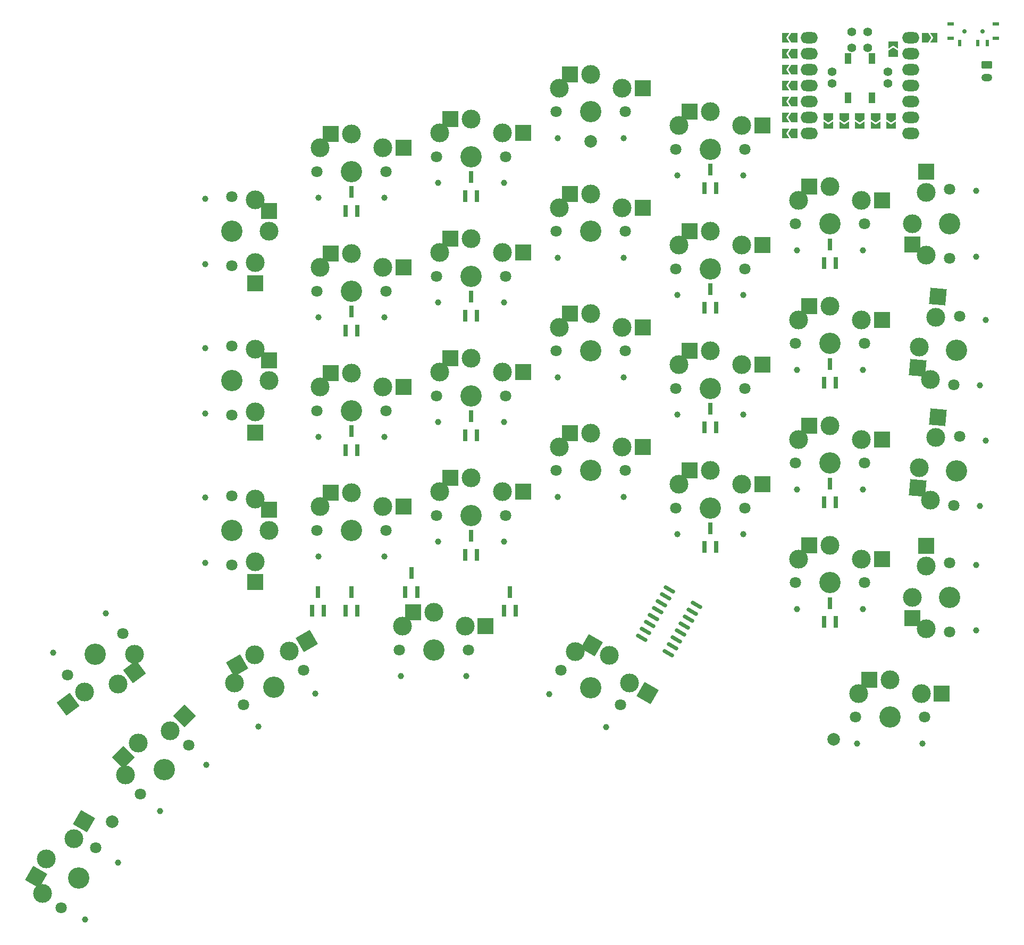
<source format=gbs>
G04 #@! TF.GenerationSoftware,KiCad,Pcbnew,7.0.2*
G04 #@! TF.CreationDate,2023-05-25T14:28:43+02:00*
G04 #@! TF.ProjectId,mykeeb_v7a3,6d796b65-6562-45f7-9637-61332e6b6963,rev?*
G04 #@! TF.SameCoordinates,Original*
G04 #@! TF.FileFunction,Soldermask,Bot*
G04 #@! TF.FilePolarity,Negative*
%FSLAX46Y46*%
G04 Gerber Fmt 4.6, Leading zero omitted, Abs format (unit mm)*
G04 Created by KiCad (PCBNEW 7.0.2) date 2023-05-25 14:28:43*
%MOMM*%
%LPD*%
G01*
G04 APERTURE LIST*
G04 Aperture macros list*
%AMRoundRect*
0 Rectangle with rounded corners*
0 $1 Rounding radius*
0 $2 $3 $4 $5 $6 $7 $8 $9 X,Y pos of 4 corners*
0 Add a 4 corners polygon primitive as box body*
4,1,4,$2,$3,$4,$5,$6,$7,$8,$9,$2,$3,0*
0 Add four circle primitives for the rounded corners*
1,1,$1+$1,$2,$3*
1,1,$1+$1,$4,$5*
1,1,$1+$1,$6,$7*
1,1,$1+$1,$8,$9*
0 Add four rect primitives between the rounded corners*
20,1,$1+$1,$2,$3,$4,$5,0*
20,1,$1+$1,$4,$5,$6,$7,0*
20,1,$1+$1,$6,$7,$8,$9,0*
20,1,$1+$1,$8,$9,$2,$3,0*%
%AMRotRect*
0 Rectangle, with rotation*
0 The origin of the aperture is its center*
0 $1 length*
0 $2 width*
0 $3 Rotation angle, in degrees counterclockwise*
0 Add horizontal line*
21,1,$1,$2,0,0,$3*%
%AMFreePoly0*
4,1,6,0.500000,-0.750000,-0.500000,-0.750000,-1.000000,0.000000,-0.500000,0.750000,0.500000,0.750000,0.500000,-0.750000,0.500000,-0.750000,$1*%
%AMFreePoly1*
4,1,6,0.150000,0.000000,0.650000,-0.750000,-0.500000,-0.750000,-0.500000,0.750000,0.650000,0.750000,0.150000,0.000000,0.150000,0.000000,$1*%
G04 Aperture macros list end*
%ADD10C,1.800000*%
%ADD11C,0.990600*%
%ADD12C,3.000000*%
%ADD13C,3.400000*%
%ADD14RotRect,2.600000X2.600000X210.000000*%
%ADD15RotRect,2.600000X2.600000X265.000000*%
%ADD16R,2.600000X2.600000*%
%ADD17RotRect,2.600000X2.600000X225.000000*%
%ADD18RotRect,2.600000X2.600000X240.000000*%
%ADD19RoundRect,0.250000X-0.625000X0.350000X-0.625000X-0.350000X0.625000X-0.350000X0.625000X0.350000X0*%
%ADD20O,1.750000X1.200000*%
%ADD21RotRect,2.600000X2.600000X37.000000*%
%ADD22C,0.700000*%
%ADD23FreePoly0,0.000000*%
%ADD24O,2.750000X1.800000*%
%ADD25FreePoly0,90.000000*%
%ADD26R,1.000000X1.700000*%
%ADD27C,1.397000*%
%ADD28FreePoly0,270.000000*%
%ADD29FreePoly0,180.000000*%
%ADD30FreePoly1,0.000000*%
%ADD31FreePoly1,90.000000*%
%ADD32FreePoly1,270.000000*%
%ADD33FreePoly1,180.000000*%
%ADD34RotRect,2.600000X2.600000X150.000000*%
%ADD35R,0.800000X1.900000*%
%ADD36R,1.100000X0.600000*%
%ADD37R,1.000000X0.600000*%
%ADD38R,0.600000X1.000000*%
%ADD39RoundRect,0.150000X-0.789471X0.282596X0.639471X-0.542404X0.789471X-0.282596X-0.639471X0.542404X0*%
%ADD40C,2.000000*%
G04 APERTURE END LIST*
D10*
X96535575Y-139700920D03*
D11*
X98878062Y-143198227D03*
D12*
X95093588Y-136203325D03*
X98323715Y-131798069D03*
D13*
X101298715Y-136950920D03*
D12*
X103753842Y-131203325D03*
D11*
X107919368Y-137978227D03*
D10*
X106061855Y-134200920D03*
D14*
X95487482Y-133435569D03*
X106590075Y-129565825D03*
D10*
X209601558Y-88751991D03*
D11*
X213809980Y-88839110D03*
D12*
X205909406Y-87927059D03*
X204153557Y-82754343D03*
D13*
X210080915Y-83272920D03*
D12*
X206780964Y-77965112D03*
D11*
X214719886Y-78438838D03*
D10*
X210560272Y-77793849D03*
D15*
X203868121Y-86016881D03*
X207066399Y-74702575D03*
D10*
X165354815Y-70246920D03*
D11*
X165634815Y-74446920D03*
D12*
X165854815Y-66496920D03*
X170854815Y-64296920D03*
D13*
X170854815Y-70246920D03*
D12*
X175854815Y-66496920D03*
D11*
X176074815Y-74446920D03*
D10*
X176354815Y-70246920D03*
D16*
X167579815Y-64296920D03*
X179129815Y-66496920D03*
D10*
X184404815Y-101203220D03*
D11*
X184684815Y-105403220D03*
D12*
X184904815Y-97453220D03*
X189904815Y-95253220D03*
D13*
X189904815Y-101203220D03*
D12*
X194904815Y-97453220D03*
D11*
X195124815Y-105403220D03*
D10*
X195404815Y-101203220D03*
D16*
X186629815Y-95253220D03*
X198179815Y-97453220D03*
D10*
X127254815Y-71437620D03*
D11*
X127534815Y-75637620D03*
D12*
X127754815Y-67687620D03*
X132754815Y-65487620D03*
D13*
X132754815Y-71437620D03*
D12*
X137754815Y-67687620D03*
D11*
X137974815Y-75637620D03*
D10*
X138254815Y-71437620D03*
D16*
X129479815Y-65487620D03*
X141029815Y-67687620D03*
D10*
X184404815Y-120253220D03*
D11*
X184684815Y-124453220D03*
D12*
X184904815Y-116503220D03*
X189904815Y-114303220D03*
D13*
X189904815Y-120253220D03*
D12*
X194904815Y-116503220D03*
D11*
X195124815Y-124453220D03*
D10*
X195404815Y-120253220D03*
D16*
X186629815Y-114303220D03*
X198179815Y-116503220D03*
D10*
X146304783Y-45243780D03*
D11*
X146584783Y-49443780D03*
D12*
X146804783Y-41493780D03*
X151804783Y-39293780D03*
D13*
X151804783Y-45243780D03*
D12*
X156804783Y-41493780D03*
D11*
X157024783Y-49443780D03*
D10*
X157304783Y-45243780D03*
D16*
X148529783Y-39293780D03*
X160079783Y-41493780D03*
D10*
X208954815Y-128134420D03*
D11*
X213154815Y-127854420D03*
D12*
X205204815Y-127634420D03*
X203004815Y-122634420D03*
D13*
X208954815Y-122634420D03*
D12*
X205204815Y-117634420D03*
D11*
X213154815Y-117414420D03*
D10*
X208954815Y-117134420D03*
D16*
X203004815Y-125909420D03*
X205204815Y-114359420D03*
D10*
X208954815Y-68603220D03*
D11*
X213154815Y-68323220D03*
D12*
X205204815Y-68103220D03*
X203004815Y-63103220D03*
D13*
X208954815Y-63103220D03*
D12*
X205204815Y-58103220D03*
D11*
X213154815Y-57883220D03*
D10*
X208954815Y-57603220D03*
D16*
X203004815Y-66378220D03*
X205204815Y-54828220D03*
D10*
X121301615Y-130968920D03*
D11*
X121581615Y-135168920D03*
D12*
X121801615Y-127218920D03*
X126801615Y-125018920D03*
D13*
X126801615Y-130968920D03*
D12*
X131801615Y-127218920D03*
D11*
X132021615Y-135168920D03*
D10*
X132301615Y-130968920D03*
D16*
X123526615Y-125018920D03*
X135076615Y-127218920D03*
D10*
X94654715Y-106418920D03*
D11*
X90454715Y-106698920D03*
D12*
X98404715Y-106918920D03*
X100604715Y-111918920D03*
D13*
X94654715Y-111918920D03*
D12*
X98404715Y-116918920D03*
D11*
X90454715Y-117138920D03*
D10*
X94654715Y-117418920D03*
D16*
X100604715Y-108643920D03*
X98404715Y-120193920D03*
D10*
X80050028Y-153907907D03*
D11*
X83217866Y-156679766D03*
D12*
X77751931Y-150902703D03*
X79731830Y-145811535D03*
D13*
X83939115Y-150018820D03*
D12*
X84822998Y-143831636D03*
D11*
X90600061Y-149297571D03*
D10*
X87828202Y-146129733D03*
D17*
X77416055Y-148127309D03*
X87138773Y-141515861D03*
D10*
X184404783Y-63103180D03*
D11*
X184684783Y-67303180D03*
D12*
X184904783Y-59353180D03*
X189904783Y-57153180D03*
D13*
X189904783Y-63103180D03*
D12*
X194904783Y-59353180D03*
D11*
X195124783Y-67303180D03*
D10*
X195404783Y-63103180D03*
D16*
X186629783Y-57153180D03*
X198179783Y-59353180D03*
D10*
X67496815Y-172046160D03*
D11*
X71274122Y-173903673D03*
D12*
X64499220Y-169738147D03*
X65093964Y-164308020D03*
D13*
X70246815Y-167283020D03*
D12*
X69499220Y-161077893D03*
D11*
X76494122Y-164862367D03*
D10*
X72996815Y-162519880D03*
D18*
X63456464Y-167144253D03*
X71136720Y-158241660D03*
D19*
X214862680Y-37783032D03*
D20*
X214862680Y-39783032D03*
D10*
X77310010Y-128341537D03*
D11*
X74558769Y-125155776D03*
D12*
X79167499Y-131637328D03*
X76498314Y-136403401D03*
D13*
X72917515Y-131651520D03*
D12*
X71181144Y-137655478D03*
D11*
X66221015Y-131438725D03*
D10*
X68525020Y-134961503D03*
D21*
X79113846Y-134432457D03*
X68565612Y-139626422D03*
D10*
X108204815Y-111918820D03*
D11*
X108484815Y-116118820D03*
D12*
X108704815Y-108168820D03*
X113704815Y-105968820D03*
D13*
X113704815Y-111918820D03*
D12*
X118704815Y-108168820D03*
D11*
X118924815Y-116118820D03*
D10*
X119204815Y-111918820D03*
D16*
X110429815Y-105968820D03*
X121979815Y-108168820D03*
D10*
X146304815Y-102393820D03*
D11*
X146584815Y-106593820D03*
D12*
X146804815Y-98643820D03*
X151804815Y-96443820D03*
D13*
X151804815Y-102393820D03*
D12*
X156804815Y-98643820D03*
D11*
X157024815Y-106593820D03*
D10*
X157304815Y-102393820D03*
D16*
X148529815Y-96443820D03*
X160079815Y-98643820D03*
D10*
X127254815Y-90487620D03*
D11*
X127534815Y-94687620D03*
D12*
X127754815Y-86737620D03*
X132754815Y-84537620D03*
D13*
X132754815Y-90487620D03*
D12*
X137754815Y-86737620D03*
D11*
X137974815Y-94687620D03*
D10*
X138254815Y-90487620D03*
D16*
X129479815Y-84537620D03*
X141029815Y-86737620D03*
D10*
X108204815Y-92868820D03*
D11*
X108484815Y-97068820D03*
D12*
X108704815Y-89118820D03*
X113704815Y-86918820D03*
D13*
X113704815Y-92868820D03*
D12*
X118704815Y-89118820D03*
D11*
X118924815Y-97068820D03*
D10*
X119204815Y-92868820D03*
D16*
X110429815Y-86918820D03*
X121979815Y-89118820D03*
D10*
X146304815Y-83343820D03*
D11*
X146584815Y-87543820D03*
D12*
X146804815Y-79593820D03*
X151804815Y-77393820D03*
D13*
X151804815Y-83343820D03*
D12*
X156804815Y-79593820D03*
D11*
X157024815Y-87543820D03*
D10*
X157304815Y-83343820D03*
D16*
X148529815Y-77393820D03*
X160079815Y-79593820D03*
D22*
X214198619Y-32425215D03*
X211298619Y-32425215D03*
D10*
X165354815Y-89296920D03*
D11*
X165634815Y-93496920D03*
D12*
X165854815Y-85546920D03*
X170854815Y-83346920D03*
D13*
X170854815Y-89296920D03*
D12*
X175854815Y-85546920D03*
D11*
X176074815Y-93496920D03*
D10*
X176354815Y-89296920D03*
D16*
X167579815Y-83346920D03*
X179129815Y-85546920D03*
D23*
X184253351Y-33472597D03*
X184253351Y-35996597D03*
X184253351Y-38536597D03*
X184253351Y-41076597D03*
X184253351Y-43616597D03*
X184253351Y-46156597D03*
X184253351Y-48696597D03*
D24*
X186572351Y-33456597D03*
X186572351Y-35996597D03*
X186572351Y-38536597D03*
X186572351Y-41076597D03*
X186572351Y-43616597D03*
X186572351Y-46156597D03*
X186572351Y-48696597D03*
D25*
X189667351Y-45951597D03*
X192167351Y-45951597D03*
D26*
X192767351Y-36735972D03*
D27*
X193397351Y-35044597D03*
D25*
X194667351Y-45951597D03*
D27*
X195937351Y-35044597D03*
D26*
X196567351Y-36735972D03*
D25*
X197167351Y-45951597D03*
X199667351Y-45951597D03*
D28*
X200001351Y-35996597D03*
D24*
X202762351Y-33456597D03*
X202762351Y-35996597D03*
X202762351Y-38536597D03*
X202762351Y-41076597D03*
X202762351Y-43616597D03*
X202762351Y-46156597D03*
X202762351Y-48696597D03*
D29*
X205081351Y-33456597D03*
D30*
X182803351Y-33472597D03*
X182803351Y-35996597D03*
X182803351Y-38536597D03*
X182803351Y-41076597D03*
X182803351Y-43616597D03*
X182803351Y-46156597D03*
X182803351Y-48696597D03*
D31*
X199667351Y-47401597D03*
X197167351Y-47401597D03*
X194667351Y-47401597D03*
X192167351Y-47401597D03*
X189667351Y-47401597D03*
D32*
X200001351Y-34546597D03*
D33*
X206531351Y-33456597D03*
D27*
X193397351Y-32504597D03*
X195937351Y-32504597D03*
D26*
X192767351Y-43035972D03*
X196567351Y-43035972D03*
D27*
X190222351Y-40759597D03*
X199112351Y-40759597D03*
X190222351Y-38854597D03*
X199112351Y-38854597D03*
D10*
X108204783Y-54768780D03*
D11*
X108484783Y-58968780D03*
D12*
X108704783Y-51018780D03*
X113704783Y-48818780D03*
D13*
X113704783Y-54768780D03*
D12*
X118704783Y-51018780D03*
D11*
X118924783Y-58968780D03*
D10*
X119204783Y-54768780D03*
D16*
X110429783Y-48818780D03*
X121979783Y-51018780D03*
D10*
X94654815Y-58793820D03*
D11*
X90454815Y-59073820D03*
D12*
X98404815Y-59293820D03*
X100604815Y-64293820D03*
D13*
X94654815Y-64293820D03*
D12*
X98404815Y-69293820D03*
D11*
X90454815Y-69513820D03*
D10*
X94654815Y-69793820D03*
D16*
X100604815Y-61018820D03*
X98404815Y-72568820D03*
D10*
X127254815Y-109537620D03*
D11*
X127534815Y-113737620D03*
D12*
X127754815Y-105787620D03*
X132754815Y-103587620D03*
D13*
X132754815Y-109537620D03*
D12*
X137754815Y-105787620D03*
D11*
X137974815Y-113737620D03*
D10*
X138254815Y-109537620D03*
D16*
X129479815Y-103587620D03*
X141029815Y-105787620D03*
D10*
X165354815Y-108346920D03*
D11*
X165634815Y-112546920D03*
D12*
X165854815Y-104596920D03*
X170854815Y-102396920D03*
D13*
X170854815Y-108346920D03*
D12*
X175854815Y-104596920D03*
D11*
X176074815Y-112546920D03*
D10*
X176354815Y-108346920D03*
D16*
X167579815Y-102396920D03*
X179129815Y-104596920D03*
D10*
X165354783Y-51196880D03*
D11*
X165634783Y-55396880D03*
D12*
X165854783Y-47446880D03*
X170854783Y-45246880D03*
D13*
X170854783Y-51196880D03*
D12*
X175854783Y-47446880D03*
D11*
X176074783Y-55396880D03*
D10*
X176354783Y-51196880D03*
D16*
X167579783Y-45246880D03*
X179129783Y-47446880D03*
D10*
X209601558Y-107934791D03*
D11*
X213809980Y-108021910D03*
D12*
X205909406Y-107109859D03*
X204153557Y-101937143D03*
D13*
X210080915Y-102455720D03*
D12*
X206780964Y-97147912D03*
D11*
X214719886Y-97621638D03*
D10*
X210560272Y-96976649D03*
D15*
X203868121Y-105199681D03*
X207066399Y-93885375D03*
D10*
X94654815Y-82606320D03*
D11*
X90454815Y-82886320D03*
D12*
X98404815Y-83106320D03*
X100604815Y-88106320D03*
D13*
X94654815Y-88106320D03*
D12*
X98404815Y-93106320D03*
D11*
X90454815Y-93326320D03*
D10*
X94654815Y-93606320D03*
D16*
X100604815Y-84831320D03*
X98404815Y-96381320D03*
D10*
X147041575Y-134243120D03*
D11*
X145184062Y-138020427D03*
D12*
X149349588Y-131245525D03*
X154779715Y-131840269D03*
D13*
X151804715Y-136993120D03*
D12*
X158009842Y-136245525D03*
D11*
X154225368Y-143240427D03*
D10*
X156567855Y-139743120D03*
D34*
X151943482Y-130202769D03*
X160846075Y-137883025D03*
D10*
X193929815Y-141684520D03*
D11*
X194209815Y-145884520D03*
D12*
X194429815Y-137934520D03*
X199429815Y-135734520D03*
D13*
X199429815Y-141684520D03*
D12*
X204429815Y-137934520D03*
D11*
X204649815Y-145884520D03*
D10*
X204929815Y-141684520D03*
D16*
X196154815Y-135734520D03*
X207704815Y-137934520D03*
D10*
X184404815Y-82153220D03*
D11*
X184684815Y-86353220D03*
D12*
X184904815Y-78403220D03*
X189904815Y-76203220D03*
D13*
X189904815Y-82153220D03*
D12*
X194904815Y-78403220D03*
D11*
X195124815Y-86353220D03*
D10*
X195404815Y-82153220D03*
D16*
X186629815Y-76203220D03*
X198179815Y-78403220D03*
D10*
X146304815Y-64293820D03*
D11*
X146584815Y-68493820D03*
D12*
X146804815Y-60543820D03*
X151804815Y-58343820D03*
D13*
X151804815Y-64293820D03*
D12*
X156804815Y-60543820D03*
D11*
X157024815Y-68493820D03*
D10*
X157304815Y-64293820D03*
D16*
X148529815Y-58343820D03*
X160079815Y-60543820D03*
D10*
X127254783Y-52387580D03*
D11*
X127534783Y-56587580D03*
D12*
X127754783Y-48637580D03*
X132754783Y-46437580D03*
D13*
X132754783Y-52387580D03*
D12*
X137754783Y-48637580D03*
D11*
X137974783Y-56587580D03*
D10*
X138254783Y-52387580D03*
D16*
X129479783Y-46437580D03*
X141029783Y-48637580D03*
D35*
X114654783Y-99131332D03*
X112754783Y-99131332D03*
X113704783Y-96131332D03*
D36*
X216348619Y-31282215D03*
D37*
X209148619Y-31282215D03*
D22*
X214198619Y-32425215D03*
X211298619Y-32425215D03*
D37*
X216348619Y-33568215D03*
D36*
X209148619Y-33568215D03*
D38*
X210548619Y-34275215D03*
X213448619Y-34275215D03*
X214948619Y-34275215D03*
D35*
X133704799Y-115800080D03*
X131804799Y-115800080D03*
X132754799Y-112800080D03*
X190854847Y-107465698D03*
X188954847Y-107465698D03*
X189904847Y-104465698D03*
X133704799Y-58650032D03*
X131804799Y-58650032D03*
X132754799Y-55650032D03*
X190854847Y-88415682D03*
X188954847Y-88415682D03*
X189904847Y-85415682D03*
D39*
X159897659Y-129037654D03*
X160532659Y-127937802D03*
X161167659Y-126837949D03*
X161802659Y-125738097D03*
X162437659Y-124638245D03*
X163072659Y-123538393D03*
X163707659Y-122438540D03*
X164342659Y-121338688D03*
X168629485Y-123813688D03*
X167994485Y-124913540D03*
X167359485Y-126013393D03*
X166724485Y-127113245D03*
X166089485Y-128213097D03*
X165454485Y-129312949D03*
X164819485Y-130412802D03*
X164184485Y-131512654D03*
D35*
X171804831Y-95559438D03*
X169904831Y-95559438D03*
X170854831Y-92559438D03*
X171804831Y-76509422D03*
X169904831Y-76509422D03*
X170854831Y-73509422D03*
D40*
X75604751Y-158353258D03*
X151804815Y-50006276D03*
D35*
X114654783Y-124729775D03*
X112754783Y-124729775D03*
X113704783Y-121729775D03*
X133704799Y-96750064D03*
X131804799Y-96750064D03*
X132754799Y-93750064D03*
X190854847Y-69365666D03*
X188954847Y-69365666D03*
X189904847Y-66365666D03*
X124179791Y-121753210D03*
X122279791Y-121753210D03*
X123229791Y-118753210D03*
D10*
X119204815Y-73818820D03*
D11*
X118924815Y-78018820D03*
D12*
X118704815Y-70068820D03*
D13*
X113704815Y-73818820D03*
D12*
X113704815Y-67868820D03*
X108704815Y-70068820D03*
D11*
X108484815Y-78018820D03*
D10*
X108204815Y-73818820D03*
D16*
X110429815Y-67868820D03*
X121979815Y-70068820D03*
D35*
X171804831Y-114609454D03*
X169904831Y-114609454D03*
X170854831Y-111609454D03*
X133704799Y-77700048D03*
X131804799Y-77700048D03*
X132754799Y-74700048D03*
X114654783Y-61031300D03*
X112754783Y-61031300D03*
X113704783Y-58031300D03*
X114654783Y-80081316D03*
X112754783Y-80081316D03*
X113704783Y-77081316D03*
X190854847Y-126515714D03*
X188954847Y-126515714D03*
X189904847Y-123515714D03*
X171804831Y-57459406D03*
X169904831Y-57459406D03*
X170854831Y-54459406D03*
X139898555Y-124729775D03*
X137998555Y-124729775D03*
X138948555Y-121729775D03*
X109296966Y-124729791D03*
X107396966Y-124729791D03*
X108346966Y-121729791D03*
D40*
X190500160Y-145256356D03*
M02*

</source>
